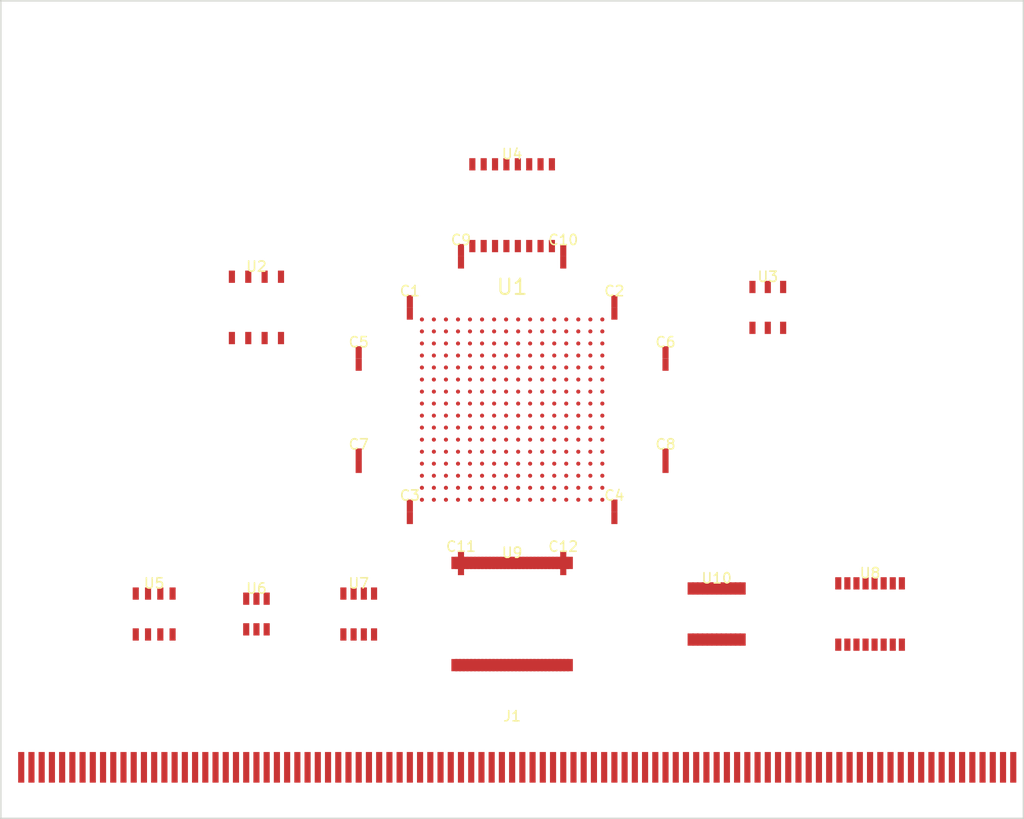
<source format=kicad_pcb>
(kicad_pcb (version 20211014) (generator enhanced_generator)
  (layers (0 "F.Cu" signal) (1 "In1.Cu" power) (2 "In2.Cu" signal) (3 "In3.Cu" power) (4 "In4.Cu" signal) (5 "In5.Cu" signal) (6 "In6.Cu" power) (7 "In7.Cu" signal) (8 "In8.Cu" power) (9 "In9.Cu" signal) (10 "In10.Cu" signal) (31 "B.Cu" signal) (34 "B.Paste" user) (35 "F.Paste" user) (36 "B.SilkS" user) (37 "F.SilkS" user) (38 "B.Mask" user) (39 "F.Mask" user) (44 "Edge.Cuts" user))
  (net 0 "")
  (net 1 "GND")
  (net 2 "+3V3")
  (net 3 "+1V8")
  (net 4 "+5V")
  (net 5 "VCC_IO")
  (net 6 "PCIE0_TX_P")
  (net 7 "PCIE0_TX_N")
  (net 8 "PCIE0_RX_P")
  (net 9 "PCIE0_RX_N")
  (net 10 "PCIE1_TX_P")
  (net 11 "PCIE1_TX_N")
  (net 12 "PCIE1_RX_P")
  (net 13 "PCIE1_RX_N")
  (net 14 "PCIE2_TX_P")
  (net 15 "PCIE2_TX_N")
  (net 16 "PCIE2_RX_P")
  (net 17 "PCIE2_RX_N")
  (net 18 "PCIE3_TX_P")
  (net 19 "PCIE3_TX_N")
  (net 20 "PCIE3_RX_P")
  (net 21 "PCIE3_RX_N")
  (net 22 "PCIE4_TX_P")
  (net 23 "PCIE4_TX_N")
  (net 24 "PCIE4_RX_P")
  (net 25 "PCIE4_RX_N")
  (net 26 "PCIE5_TX_P")
  (net 27 "PCIE5_TX_N")
  (net 28 "PCIE5_RX_P")
  (net 29 "PCIE5_RX_N")
  (net 30 "PCIE6_TX_P")
  (net 31 "PCIE6_TX_N")
  (net 32 "PCIE6_RX_P")
  (net 33 "PCIE6_RX_N")
  (net 34 "PCIE7_TX_P")
  (net 35 "PCIE7_TX_N")
  (net 36 "PCIE7_RX_P")
  (net 37 "PCIE7_RX_N")
  (net 38 "PCIE8_TX_P")
  (net 39 "PCIE8_TX_N")
  (net 40 "PCIE8_RX_P")
  (net 41 "PCIE8_RX_N")
  (net 42 "PCIE9_TX_P")
  (net 43 "PCIE9_TX_N")
  (net 44 "PCIE9_RX_P")
  (net 45 "PCIE9_RX_N")
  (net 46 "PCIE10_TX_P")
  (net 47 "PCIE10_TX_N")
  (net 48 "PCIE10_RX_P")
  (net 49 "PCIE10_RX_N")
  (net 50 "PCIE11_TX_P")
  (net 51 "PCIE11_TX_N")
  (net 52 "PCIE11_RX_P")
  (net 53 "PCIE11_RX_N")
  (net 54 "PCIE12_TX_P")
  (net 55 "PCIE12_TX_N")
  (net 56 "PCIE12_RX_P")
  (net 57 "PCIE12_RX_N")
  (net 58 "PCIE13_TX_P")
  (net 59 "PCIE13_TX_N")
  (net 60 "PCIE13_RX_P")
  (net 61 "PCIE13_RX_N")
  (net 62 "PCIE14_TX_P")
  (net 63 "PCIE14_TX_N")
  (net 64 "PCIE14_RX_P")
  (net 65 "PCIE14_RX_N")
  (net 66 "PCIE15_TX_P")
  (net 67 "PCIE15_TX_N")
  (net 68 "PCIE15_RX_P")
  (net 69 "PCIE15_RX_N")
  (net 70 "LASER_EN")
  (net 71 "LASER_MOD")
  (net 72 "PD_OUT")
  (net 73 "TEC_CTRL")
  (net 74 "MZM_BIAS")
  (gr_rect (start 0 0) (end 100 80) (layer "Edge.Cuts") (width 0.15))
  (footprint "Package_BGA:BGA-256" (layer "F.Cu") (at 50 40)
    (fp_text reference "U1")
  )
  (footprint "Package_SO:SOIC-8" (layer "F.Cu") (at 25 30)
    (fp_text reference "U2")
    (fp_text value "TLN-1550-100")
  )
  (footprint "Package_SO:SOIC-6" (layer "F.Cu") (at 75 30)
    (fp_text reference "U3")
    (fp_text value "XPDV4120R")
  )
  (footprint "Package_SO:SOIC-16" (layer "F.Cu") (at 50 20)
    (fp_text reference "U4")
    (fp_text value "HMC8410")
  )
  (footprint "Package_SO:SOIC-8" (layer "F.Cu") (at 15 60)
    (fp_text reference "U5")
    (fp_text value "MAX3669")
  )
  (footprint "Package_SO:SOIC-6" (layer "F.Cu") (at 25 60)
    (fp_text reference "U6")
    (fp_text value "TPS7A4700")
  )
  (footprint "Package_SO:SOIC-8" (layer "F.Cu") (at 35 60)
    (fp_text reference "U7")
    (fp_text value "LT8614")
  )
  (footprint "Package_SO:SOIC-16" (layer "F.Cu") (at 85 60)
    (fp_text reference "U8")
    (fp_text value "MPT5000")
  )
  (footprint "Package_SO:SOIC-64" (layer "F.Cu") (at 50 60)
    (fp_text reference "U9")
    (fp_text value "BCM84881")
  )
  (footprint "Package_SO:SOIC-24" (layer "F.Cu") (at 70 60)
    (fp_text reference "U10")
    (fp_text value "Si5395A")
  )
  (footprint "Package_SO:SOIC-2" (layer "F.Cu") (at 40 30)
    (fp_text reference "C1")
    (fp_text value "10uF")
  )
  (footprint "Package_SO:SOIC-2" (layer "F.Cu") (at 60 30)
    (fp_text reference "C2")
    (fp_text value "10uF")
  )
  (footprint "Package_SO:SOIC-2" (layer "F.Cu") (at 40 50)
    (fp_text reference "C3")
    (fp_text value "10uF")
  )
  (footprint "Package_SO:SOIC-2" (layer "F.Cu") (at 60 50)
    (fp_text reference "C4")
    (fp_text value "10uF")
  )
  (footprint "Package_SO:SOIC-2" (layer "F.Cu") (at 35 35)
    (fp_text reference "C5")
    (fp_text value "10uF")
  )
  (footprint "Package_SO:SOIC-2" (layer "F.Cu") (at 65 35)
    (fp_text reference "C6")
    (fp_text value "10uF")
  )
  (footprint "Package_SO:SOIC-2" (layer "F.Cu") (at 35 45)
    (fp_text reference "C7")
    (fp_text value "10uF")
  )
  (footprint "Package_SO:SOIC-2" (layer "F.Cu") (at 65 45)
    (fp_text reference "C8")
    (fp_text value "10uF")
  )
  (footprint "Package_SO:SOIC-2" (layer "F.Cu") (at 45 25)
    (fp_text reference "C9")
    (fp_text value "10uF")
  )
  (footprint "Package_SO:SOIC-2" (layer "F.Cu") (at 55 25)
    (fp_text reference "C10")
    (fp_text value "10uF")
  )
  (footprint "Package_SO:SOIC-2" (layer "F.Cu") (at 45 55)
    (fp_text reference "C11")
    (fp_text value "10uF")
  )
  (footprint "Package_SO:SOIC-2" (layer "F.Cu") (at 55 55)
    (fp_text reference "C12")
    (fp_text value "10uF")
  )
  (footprint "Connector_PCIe:PCIe_x16" (layer "F.Cu") (at 50 75)
    (fp_text reference "J1")
  )
)
</source>
